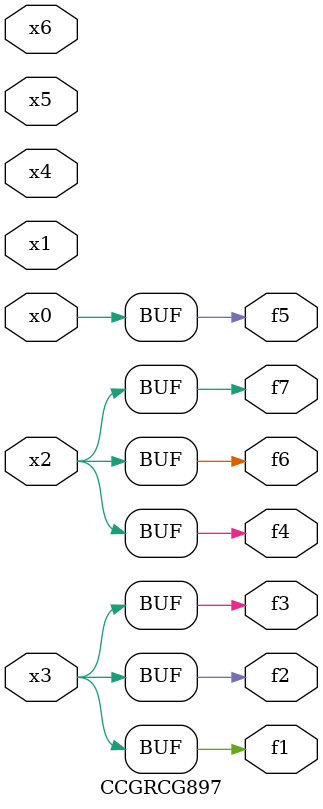
<source format=v>
module CCGRCG897(
	input x0, x1, x2, x3, x4, x5, x6,
	output f1, f2, f3, f4, f5, f6, f7
);
	assign f1 = x3;
	assign f2 = x3;
	assign f3 = x3;
	assign f4 = x2;
	assign f5 = x0;
	assign f6 = x2;
	assign f7 = x2;
endmodule

</source>
